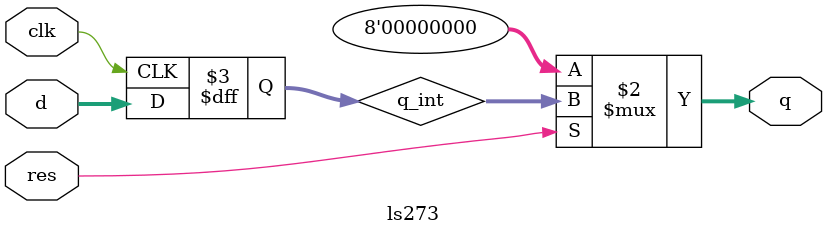
<source format=sv>

/*      _____________
      _|             |_
res  |_|1          20|_| VCC
      _|             |_                     
q(0) |_|2          19|_| q(7)
      _|             |_
d(0) |_|3          18|_| d(7)
      _|             |_
d(1) |_|4          17|_| d(6)
      _|             |_
q(1) |_|5          16|_| q(6)
      _|             |_
q(2) |_|6          15|_| q(5)
      _|             |_
d(2) |_|7          14|_| d(5)
      _|             |_
d(3) |_|8          13|_| d(4)
      _|             |_
q(3) |_|9          12|_| q(4)
      _|             |_
GND  |_|10         11|_| clk
       |_____________|
*/

module ls273
(
	input  [7:0] d,
	input        clk,
	input        res,
	output [7:0] q
);

reg [7:0] q_int;

always_ff @(posedge clk) begin
	q_int <= d;
end

assign q = res ? q_int : 8'h00;
	
endmodule

</source>
